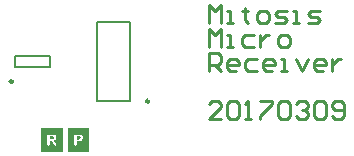
<source format=gto>
%FSAX24Y24*%
%MOIN*%
G70*
G01*
G75*
G04 Layer_Color=65535*
G04:AMPARAMS|DCode=10|XSize=70.9mil|YSize=43.3mil|CornerRadius=10.8mil|HoleSize=0mil|Usage=FLASHONLY|Rotation=0.000|XOffset=0mil|YOffset=0mil|HoleType=Round|Shape=RoundedRectangle|*
%AMROUNDEDRECTD10*
21,1,0.0709,0.0217,0,0,0.0*
21,1,0.0492,0.0433,0,0,0.0*
1,1,0.0217,0.0246,-0.0108*
1,1,0.0217,-0.0246,-0.0108*
1,1,0.0217,-0.0246,0.0108*
1,1,0.0217,0.0246,0.0108*
%
%ADD10ROUNDEDRECTD10*%
%ADD11O,0.0374X0.0630*%
%ADD12R,0.0134X0.0394*%
G04:AMPARAMS|DCode=13|XSize=27.6mil|YSize=78.7mil|CornerRadius=6.9mil|HoleSize=0mil|Usage=FLASHONLY|Rotation=270.000|XOffset=0mil|YOffset=0mil|HoleType=Round|Shape=RoundedRectangle|*
%AMROUNDEDRECTD13*
21,1,0.0276,0.0650,0,0,270.0*
21,1,0.0138,0.0787,0,0,270.0*
1,1,0.0138,-0.0325,-0.0069*
1,1,0.0138,-0.0325,0.0069*
1,1,0.0138,0.0325,0.0069*
1,1,0.0138,0.0325,-0.0069*
%
%ADD13ROUNDEDRECTD13*%
G04:AMPARAMS|DCode=14|XSize=27.6mil|YSize=78.7mil|CornerRadius=6.9mil|HoleSize=0mil|Usage=FLASHONLY|Rotation=0.000|XOffset=0mil|YOffset=0mil|HoleType=Round|Shape=RoundedRectangle|*
%AMROUNDEDRECTD14*
21,1,0.0276,0.0650,0,0,0.0*
21,1,0.0138,0.0787,0,0,0.0*
1,1,0.0138,0.0069,-0.0325*
1,1,0.0138,-0.0069,-0.0325*
1,1,0.0138,-0.0069,0.0325*
1,1,0.0138,0.0069,0.0325*
%
%ADD14ROUNDEDRECTD14*%
G04:AMPARAMS|DCode=15|XSize=39.4mil|YSize=94.5mil|CornerRadius=9.8mil|HoleSize=0mil|Usage=FLASHONLY|Rotation=270.000|XOffset=0mil|YOffset=0mil|HoleType=Round|Shape=RoundedRectangle|*
%AMROUNDEDRECTD15*
21,1,0.0394,0.0748,0,0,270.0*
21,1,0.0197,0.0945,0,0,270.0*
1,1,0.0197,-0.0374,-0.0098*
1,1,0.0197,-0.0374,0.0098*
1,1,0.0197,0.0374,0.0098*
1,1,0.0197,0.0374,-0.0098*
%
%ADD15ROUNDEDRECTD15*%
G04:AMPARAMS|DCode=16|XSize=129.9mil|YSize=94.5mil|CornerRadius=11.8mil|HoleSize=0mil|Usage=FLASHONLY|Rotation=270.000|XOffset=0mil|YOffset=0mil|HoleType=Round|Shape=RoundedRectangle|*
%AMROUNDEDRECTD16*
21,1,0.1299,0.0709,0,0,270.0*
21,1,0.1063,0.0945,0,0,270.0*
1,1,0.0236,-0.0354,-0.0532*
1,1,0.0236,-0.0354,0.0532*
1,1,0.0236,0.0354,0.0532*
1,1,0.0236,0.0354,-0.0532*
%
%ADD16ROUNDEDRECTD16*%
%ADD17C,0.0100*%
%ADD18C,0.0200*%
%ADD19C,0.0591*%
%ADD20R,0.0591X0.0591*%
%ADD21R,0.0591X0.0591*%
%ADD22C,0.0236*%
%ADD23C,0.0098*%
%ADD24C,0.0079*%
G36*
X029247Y029079D02*
X028535D01*
Y029885D01*
X029247D01*
Y029079D01*
D02*
G37*
G36*
X028373D02*
X027635D01*
Y029885D01*
X028373D01*
Y029079D01*
D02*
G37*
%LPC*%
G36*
X028027Y029670D02*
X027896D01*
X027887Y029670D01*
X027880Y029669D01*
X027874Y029667D01*
X027869Y029665D01*
X027865Y029663D01*
X027863Y029661D01*
X027861Y029659D01*
X027861Y029659D01*
X027857Y029654D01*
X027855Y029649D01*
X027852Y029643D01*
X027851Y029637D01*
X027850Y029632D01*
X027850Y029628D01*
Y029627D01*
Y029625D01*
Y029624D01*
Y029624D01*
Y029339D01*
X027850Y029331D01*
X027852Y029324D01*
X027853Y029318D01*
X027855Y029314D01*
X027857Y029310D01*
X027858Y029307D01*
X027859Y029305D01*
X027860Y029305D01*
X027864Y029301D01*
X027868Y029298D01*
X027873Y029297D01*
X027877Y029295D01*
X027881Y029294D01*
X027885Y029294D01*
X027887D01*
X027893Y029294D01*
X027899Y029295D01*
X027903Y029297D01*
X027907Y029299D01*
X027910Y029301D01*
X027913Y029303D01*
X027914Y029304D01*
X027914Y029305D01*
X027918Y029309D01*
X027920Y029315D01*
X027922Y029320D01*
X027924Y029326D01*
X027924Y029331D01*
X027925Y029335D01*
Y029337D01*
Y029338D01*
Y029339D01*
Y029339D01*
Y029458D01*
X027951D01*
X027958Y029458D01*
X027965Y029458D01*
X027970Y029457D01*
X027975Y029456D01*
X027979Y029455D01*
X027981Y029454D01*
X027984Y029453D01*
X027984Y029453D01*
X027989Y029451D01*
X027994Y029448D01*
X027998Y029444D01*
X028002Y029441D01*
X028005Y029438D01*
X028008Y029436D01*
X028009Y029434D01*
X028010Y029433D01*
X028015Y029427D01*
X028020Y029421D01*
X028025Y029414D01*
X028029Y029407D01*
X028033Y029401D01*
X028036Y029396D01*
X028037Y029394D01*
X028038Y029393D01*
X028039Y029392D01*
Y029392D01*
X028069Y029341D01*
X028073Y029335D01*
X028076Y029330D01*
X028079Y029325D01*
X028081Y029321D01*
X028083Y029318D01*
X028085Y029316D01*
X028085Y029315D01*
X028086Y029315D01*
X028091Y029308D01*
X028093Y029306D01*
X028095Y029304D01*
X028098Y029302D01*
X028099Y029301D01*
X028100Y029300D01*
X028100Y029300D01*
X028104Y029297D01*
X028108Y029296D01*
X028114Y029295D01*
X028117Y029294D01*
X028120Y029294D01*
X028122D01*
X028129Y029295D01*
X028132Y029295D01*
X028135Y029296D01*
X028137Y029297D01*
X028139Y029297D01*
X028140Y029298D01*
X028140D01*
X028146Y029301D01*
X028150Y029305D01*
X028151Y029307D01*
X028152Y029308D01*
X028153Y029309D01*
Y029309D01*
X028155Y029312D01*
X028156Y029315D01*
X028157Y029319D01*
Y029321D01*
X028158Y029322D01*
Y029323D01*
Y029324D01*
X028157Y029327D01*
X028157Y029331D01*
X028154Y029339D01*
X028152Y029343D01*
X028151Y029347D01*
X028150Y029349D01*
X028150Y029350D01*
X028147Y029357D01*
X028143Y029364D01*
X028140Y029371D01*
X028136Y029377D01*
X028132Y029383D01*
X028130Y029388D01*
X028129Y029389D01*
X028128Y029391D01*
X028127Y029391D01*
Y029392D01*
X028122Y029400D01*
X028117Y029409D01*
X028111Y029416D01*
X028106Y029422D01*
X028102Y029428D01*
X028098Y029432D01*
X028097Y029434D01*
X028096Y029435D01*
X028095Y029435D01*
X028095Y029436D01*
X028088Y029443D01*
X028082Y029449D01*
X028075Y029455D01*
X028069Y029459D01*
X028064Y029463D01*
X028061Y029465D01*
X028058Y029467D01*
X028058Y029467D01*
X028057D01*
X028066Y029469D01*
X028074Y029472D01*
X028081Y029474D01*
X028088Y029477D01*
X028095Y029480D01*
X028100Y029483D01*
X028106Y029486D01*
X028110Y029488D01*
X028115Y029491D01*
X028118Y029494D01*
X028121Y029496D01*
X028124Y029498D01*
X028125Y029500D01*
X028127Y029501D01*
X028127Y029502D01*
X028128Y029502D01*
X028132Y029507D01*
X028136Y029512D01*
X028139Y029518D01*
X028142Y029523D01*
X028144Y029528D01*
X028146Y029534D01*
X028149Y029545D01*
X028150Y029550D01*
X028150Y029554D01*
X028151Y029558D01*
X028151Y029562D01*
X028152Y029564D01*
Y029567D01*
Y029568D01*
Y029568D01*
X028151Y029576D01*
X028150Y029583D01*
X028150Y029590D01*
X028148Y029595D01*
X028147Y029600D01*
X028146Y029604D01*
X028145Y029606D01*
X028145Y029607D01*
X028142Y029613D01*
X028138Y029619D01*
X028135Y029624D01*
X028132Y029629D01*
X028129Y029633D01*
X028126Y029636D01*
X028125Y029638D01*
X028124Y029638D01*
X028119Y029643D01*
X028114Y029647D01*
X028109Y029651D01*
X028104Y029654D01*
X028100Y029656D01*
X028096Y029658D01*
X028094Y029659D01*
X028093Y029659D01*
X028088Y029662D01*
X028082Y029663D01*
X028077Y029665D01*
X028072Y029666D01*
X028067Y029667D01*
X028064Y029667D01*
X028062Y029668D01*
X028061D01*
X028054Y029669D01*
X028047Y029669D01*
X028039Y029670D01*
X028033D01*
X028027Y029670D01*
D02*
G37*
G36*
X028904D02*
X028797D01*
X028789Y029670D01*
X028781Y029669D01*
X028775Y029667D01*
X028770Y029665D01*
X028766Y029663D01*
X028763Y029661D01*
X028762Y029660D01*
X028761Y029659D01*
X028757Y029655D01*
X028755Y029649D01*
X028753Y029644D01*
X028751Y029638D01*
X028750Y029632D01*
X028750Y029628D01*
Y029627D01*
Y029625D01*
Y029624D01*
Y029624D01*
Y029339D01*
X028750Y029331D01*
X028752Y029324D01*
X028753Y029318D01*
X028755Y029314D01*
X028757Y029310D01*
X028758Y029307D01*
X028760Y029305D01*
X028760Y029305D01*
X028764Y029301D01*
X028769Y029298D01*
X028773Y029297D01*
X028777Y029295D01*
X028782Y029294D01*
X028785Y029294D01*
X028787D01*
X028793Y029294D01*
X028798Y029295D01*
X028803Y029297D01*
X028807Y029300D01*
X028810Y029301D01*
X028812Y029303D01*
X028814Y029305D01*
X028814Y029305D01*
X028818Y029310D01*
X028820Y029315D01*
X028822Y029321D01*
X028824Y029327D01*
X028824Y029331D01*
X028825Y029335D01*
Y029337D01*
Y029338D01*
Y029339D01*
Y029339D01*
Y029444D01*
X028894D01*
X028906Y029445D01*
X028918Y029446D01*
X028929Y029447D01*
X028939Y029449D01*
X028948Y029451D01*
X028957Y029453D01*
X028965Y029456D01*
X028971Y029459D01*
X028978Y029462D01*
X028983Y029464D01*
X028987Y029467D01*
X028991Y029469D01*
X028994Y029471D01*
X028996Y029472D01*
X028997Y029473D01*
X028998Y029473D01*
X029004Y029479D01*
X029009Y029486D01*
X029014Y029492D01*
X029018Y029499D01*
X029021Y029506D01*
X029024Y029513D01*
X029026Y029520D01*
X029028Y029527D01*
X029030Y029534D01*
X029031Y029540D01*
X029031Y029545D01*
X029032Y029550D01*
Y029554D01*
X029032Y029557D01*
Y029558D01*
Y029559D01*
X029032Y029569D01*
X029031Y029577D01*
X029030Y029586D01*
X029028Y029593D01*
X029027Y029599D01*
X029025Y029603D01*
X029025Y029605D01*
X029024Y029606D01*
X029024Y029606D01*
Y029607D01*
X029020Y029614D01*
X029016Y029621D01*
X029012Y029627D01*
X029008Y029632D01*
X029004Y029637D01*
X029001Y029640D01*
X028999Y029642D01*
X028998Y029642D01*
X028992Y029648D01*
X028985Y029652D01*
X028979Y029656D01*
X028973Y029659D01*
X028967Y029661D01*
X028963Y029662D01*
X028961Y029663D01*
X028960Y029663D01*
X028960Y029664D01*
X028959D01*
X028955Y029665D01*
X028950Y029666D01*
X028939Y029667D01*
X028928Y029669D01*
X028918Y029669D01*
X028913Y029670D01*
X028909D01*
X028904Y029670D01*
D02*
G37*
%LPD*%
G36*
X028893Y029613D02*
X028900Y029612D01*
X028907Y029612D01*
X028913Y029610D01*
X028918Y029609D01*
X028923Y029607D01*
X028927Y029606D01*
X028931Y029604D01*
X028934Y029603D01*
X028936Y029601D01*
X028938Y029600D01*
X028940Y029599D01*
X028941Y029598D01*
X028942Y029597D01*
X028947Y029591D01*
X028950Y029585D01*
X028953Y029578D01*
X028955Y029572D01*
X028956Y029566D01*
X028956Y029562D01*
X028956Y029560D01*
Y029559D01*
Y029558D01*
Y029557D01*
X028956Y029550D01*
X028955Y029544D01*
X028953Y029538D01*
X028952Y029533D01*
X028950Y029529D01*
X028948Y029527D01*
X028947Y029525D01*
X028947Y029524D01*
X028943Y029520D01*
X028939Y029516D01*
X028934Y029513D01*
X028930Y029511D01*
X028926Y029509D01*
X028923Y029508D01*
X028921Y029507D01*
X028920Y029506D01*
X028920D01*
X028913Y029505D01*
X028905Y029503D01*
X028898Y029502D01*
X028891Y029502D01*
X028885Y029501D01*
X028882Y029501D01*
X028825D01*
Y029614D01*
X028884D01*
X028893Y029613D01*
D02*
G37*
G36*
X028007Y029614D02*
X028013D01*
X028018Y029613D01*
X028023Y029613D01*
X028027Y029612D01*
X028031Y029612D01*
X028034Y029611D01*
X028037Y029611D01*
X028039Y029610D01*
X028043Y029609D01*
X028045Y029609D01*
X028046Y029608D01*
X028051Y029606D01*
X028055Y029603D01*
X028059Y029600D01*
X028062Y029597D01*
X028064Y029595D01*
X028066Y029593D01*
X028067Y029591D01*
X028068Y029591D01*
X028070Y029586D01*
X028072Y029582D01*
X028073Y029577D01*
X028075Y029573D01*
X028075Y029569D01*
X028075Y029566D01*
Y029565D01*
Y029564D01*
X028075Y029557D01*
X028074Y029550D01*
X028072Y029545D01*
X028070Y029541D01*
X028069Y029537D01*
X028067Y029535D01*
X028066Y029533D01*
X028065Y029533D01*
X028062Y029529D01*
X028057Y029525D01*
X028052Y029523D01*
X028048Y029520D01*
X028043Y029519D01*
X028040Y029518D01*
X028038Y029517D01*
X028038Y029517D01*
X028037D01*
X028030Y029515D01*
X028022Y029514D01*
X028015Y029513D01*
X028008Y029513D01*
X028001D01*
X027999Y029512D01*
X027925D01*
Y029614D01*
X028001D01*
X028007Y029614D01*
D02*
G37*
D17*
X033650Y030200D02*
X033250D01*
X033650Y030600D01*
Y030700D01*
X033550Y030800D01*
X033350D01*
X033250Y030700D01*
X033850D02*
X033950Y030800D01*
X034150D01*
X034250Y030700D01*
Y030300D01*
X034150Y030200D01*
X033950D01*
X033850Y030300D01*
Y030700D01*
X034450Y030200D02*
X034650D01*
X034550D01*
Y030800D01*
X034450Y030700D01*
X034949Y030800D02*
X035349D01*
Y030700D01*
X034949Y030300D01*
Y030200D01*
X035549Y030700D02*
X035649Y030800D01*
X035849D01*
X035949Y030700D01*
Y030300D01*
X035849Y030200D01*
X035649D01*
X035549Y030300D01*
Y030700D01*
X036149D02*
X036249Y030800D01*
X036449D01*
X036549Y030700D01*
Y030600D01*
X036449Y030500D01*
X036349D01*
X036449D01*
X036549Y030400D01*
Y030300D01*
X036449Y030200D01*
X036249D01*
X036149Y030300D01*
X036749Y030700D02*
X036849Y030800D01*
X037049D01*
X037149Y030700D01*
Y030300D01*
X037049Y030200D01*
X036849D01*
X036749Y030300D01*
Y030700D01*
X037349Y030300D02*
X037449Y030200D01*
X037649D01*
X037749Y030300D01*
Y030700D01*
X037649Y030800D01*
X037449D01*
X037349Y030700D01*
Y030600D01*
X037449Y030500D01*
X037749D01*
X033250Y031800D02*
Y032400D01*
X033550D01*
X033650Y032300D01*
Y032100D01*
X033550Y032000D01*
X033250D01*
X033450D02*
X033650Y031800D01*
X034150D02*
X033950D01*
X033850Y031900D01*
Y032100D01*
X033950Y032200D01*
X034150D01*
X034250Y032100D01*
Y032000D01*
X033850D01*
X034849Y032200D02*
X034550D01*
X034450Y032100D01*
Y031900D01*
X034550Y031800D01*
X034849D01*
X035349D02*
X035149D01*
X035049Y031900D01*
Y032100D01*
X035149Y032200D01*
X035349D01*
X035449Y032100D01*
Y032000D01*
X035049D01*
X035649Y031800D02*
X035849D01*
X035749D01*
Y032200D01*
X035649D01*
X036149D02*
X036349Y031800D01*
X036549Y032200D01*
X037049Y031800D02*
X036849D01*
X036749Y031900D01*
Y032100D01*
X036849Y032200D01*
X037049D01*
X037149Y032100D01*
Y032000D01*
X036749D01*
X037349Y032200D02*
Y031800D01*
Y032000D01*
X037449Y032100D01*
X037549Y032200D01*
X037649D01*
X033250Y032600D02*
Y033200D01*
X033450Y033000D01*
X033650Y033200D01*
Y032600D01*
X033850D02*
X034050D01*
X033950D01*
Y033000D01*
X033850D01*
X034750D02*
X034450D01*
X034350Y032900D01*
Y032700D01*
X034450Y032600D01*
X034750D01*
X034949Y033000D02*
Y032600D01*
Y032800D01*
X035049Y032900D01*
X035149Y033000D01*
X035249D01*
X035649Y032600D02*
X035849D01*
X035949Y032700D01*
Y032900D01*
X035849Y033000D01*
X035649D01*
X035549Y032900D01*
Y032700D01*
X035649Y032600D01*
X033250Y033400D02*
Y034000D01*
X033450Y033800D01*
X033650Y034000D01*
Y033400D01*
X033850D02*
X034050D01*
X033950D01*
Y033800D01*
X033850D01*
X034450Y033900D02*
Y033800D01*
X034350D01*
X034550D01*
X034450D01*
Y033500D01*
X034550Y033400D01*
X034949D02*
X035149D01*
X035249Y033500D01*
Y033700D01*
X035149Y033800D01*
X034949D01*
X034849Y033700D01*
Y033500D01*
X034949Y033400D01*
X035449D02*
X035749D01*
X035849Y033500D01*
X035749Y033600D01*
X035549D01*
X035449Y033700D01*
X035549Y033800D01*
X035849D01*
X036049Y033400D02*
X036249D01*
X036149D01*
Y033800D01*
X036049D01*
X036549Y033400D02*
X036849D01*
X036949Y033500D01*
X036849Y033600D01*
X036649D01*
X036549Y033700D01*
X036649Y033800D01*
X036949D01*
D23*
X026700Y031441D02*
G03*
X026700Y031441I-000049J000000D01*
G01*
X031241Y030781D02*
G03*
X031241Y030781I-000049J000000D01*
G01*
D24*
X027941Y031913D02*
Y032287D01*
X026759Y031913D02*
Y032287D01*
X027941D01*
X026759Y031913D02*
X027941D01*
X030601Y030781D02*
Y033419D01*
X029499Y030781D02*
Y033419D01*
Y030781D02*
X030601D01*
X029499Y033419D02*
X030601D01*
M02*

</source>
